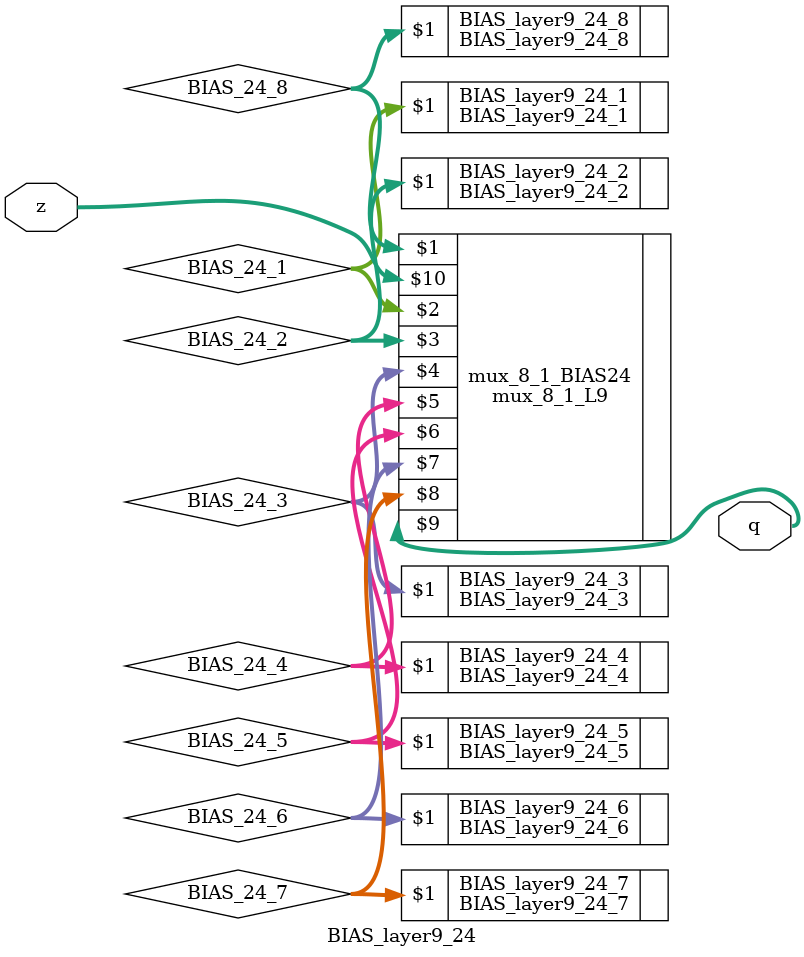
<source format=v>
module BIAS_layer9_24#(parameter N_adder_tree=16)(q,z);
input  wire	[2:0]				  z;
output wire [N_adder_tree*18-1:0] q;


wire [N_adder_tree*18-1:0] BIAS_24_1;
wire [N_adder_tree*18-1:0] BIAS_24_2;
wire [N_adder_tree*18-1:0] BIAS_24_3;
wire [N_adder_tree*18-1:0] BIAS_24_4;
wire [N_adder_tree*18-1:0] BIAS_24_5;
wire [N_adder_tree*18-1:0] BIAS_24_6;
wire [N_adder_tree*18-1:0] BIAS_24_7;
wire [N_adder_tree*18-1:0] BIAS_24_8;


mux_8_1_L9 #(N_adder_tree) mux_8_1_BIAS24 (BIAS_24_8,BIAS_24_1,BIAS_24_2,BIAS_24_3,BIAS_24_4,BIAS_24_5,BIAS_24_6,BIAS_24_7,q,z);

BIAS_layer9_24_1 #(N_adder_tree) BIAS_layer9_24_1 (BIAS_24_1);
BIAS_layer9_24_2 #(N_adder_tree) BIAS_layer9_24_2 (BIAS_24_2);
BIAS_layer9_24_3 #(N_adder_tree) BIAS_layer9_24_3 (BIAS_24_3);
BIAS_layer9_24_4 #(N_adder_tree) BIAS_layer9_24_4 (BIAS_24_4);
BIAS_layer9_24_5 #(N_adder_tree) BIAS_layer9_24_5 (BIAS_24_5);
BIAS_layer9_24_6 #(N_adder_tree) BIAS_layer9_24_6 (BIAS_24_6);
BIAS_layer9_24_7 #(N_adder_tree) BIAS_layer9_24_7 (BIAS_24_7);
BIAS_layer9_24_8 #(N_adder_tree) BIAS_layer9_24_8 (BIAS_24_8);

endmodule
</source>
